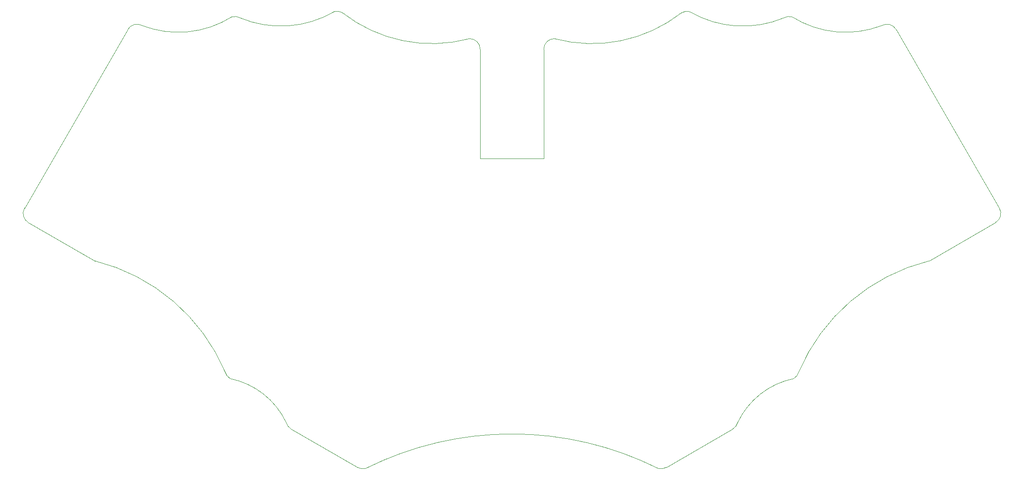
<source format=gbr>
%TF.GenerationSoftware,KiCad,Pcbnew,8.0.7-8.0.7-0~ubuntu22.04.1*%
%TF.CreationDate,2025-01-04T18:43:15+00:00*%
%TF.ProjectId,minikeeb,6d696e69-6b65-4656-922e-6b696361645f,rev?*%
%TF.SameCoordinates,Original*%
%TF.FileFunction,Profile,NP*%
%FSLAX46Y46*%
G04 Gerber Fmt 4.6, Leading zero omitted, Abs format (unit mm)*
G04 Created by KiCad (PCBNEW 8.0.7-8.0.7-0~ubuntu22.04.1) date 2025-01-04 18:43:15*
%MOMM*%
%LPD*%
G01*
G04 APERTURE LIST*
%TA.AperFunction,Profile*%
%ADD10C,0.050000*%
%TD*%
%TA.AperFunction,Profile*%
%ADD11C,0.120000*%
%TD*%
G04 APERTURE END LIST*
D10*
X185488129Y-36755516D02*
G75*
G02*
X161449975Y-41660094I-16923655J21585865D01*
G01*
X125833664Y-122925173D02*
G75*
G02*
X181066816Y-122924980I27616769J-55233288D01*
G01*
X145450036Y-41660134D02*
G75*
G02*
X121416004Y-36746356I-7103238J26490919D01*
G01*
X124316026Y-122725371D02*
X111758657Y-115475371D01*
X100570453Y-37523482D02*
G75*
G02*
X102088093Y-37723280I517647J-1931818D01*
G01*
X182583108Y-122725872D02*
X195140476Y-115475872D01*
X62130338Y-76430143D02*
X74687706Y-83680143D01*
X232209696Y-83681643D02*
X244767930Y-76431143D01*
X80898287Y-39923101D02*
G75*
G02*
X83630312Y-39191095I1732013J-999999D01*
G01*
X111758657Y-115475371D02*
G75*
G02*
X110826813Y-114260957I1000043J1732071D01*
G01*
X182583108Y-122725871D02*
G75*
G02*
X181067195Y-122924700I-998308J1733071D01*
G01*
X100241736Y-105939481D02*
G75*
G02*
X99301936Y-104720452I992164J1736681D01*
G01*
X196072329Y-114261459D02*
G75*
G02*
X195140465Y-115475852I-1931829J517659D01*
G01*
X223267930Y-39192051D02*
G75*
G02*
X225999945Y-39924123I999970J-1732049D01*
G01*
X185488130Y-36755517D02*
G75*
G02*
X187005761Y-36555741I999970J-1732083D01*
G01*
X204811909Y-37723284D02*
G75*
G02*
X206329546Y-37523486I999991J-1732016D01*
G01*
X62130338Y-76430143D02*
G75*
G02*
X61398284Y-73698091I999962J1732043D01*
G01*
X100570453Y-37523482D02*
G75*
G02*
X83630342Y-39191040I-10137613J16106332D01*
G01*
X119898366Y-36546555D02*
G75*
G02*
X121416003Y-36746359I517634J-1931845D01*
G01*
X74687705Y-83680144D02*
G75*
G02*
X99301912Y-104720460I-8733205J-35134356D01*
G01*
X145450000Y-41660000D02*
G75*
G02*
X147450000Y-43660000I0J-2000000D01*
G01*
X223267930Y-39192051D02*
G75*
G02*
X206329554Y-37523472I-6800630J17772451D01*
G01*
X119898365Y-36546555D02*
G75*
G02*
X102088092Y-37723281I-10081865J17221955D01*
G01*
X245499115Y-73699592D02*
G75*
G02*
X244767929Y-76431141I-1732015J-1000008D01*
G01*
X159450000Y-43660000D02*
G75*
G02*
X161450000Y-41660000I2000000J0D01*
G01*
X196072329Y-114261459D02*
G75*
G02*
X206664369Y-105935895I13621571J-6429241D01*
G01*
X207596203Y-104721396D02*
G75*
G02*
X232209696Y-83681644I33346547J-14093674D01*
G01*
X204811909Y-37723284D02*
G75*
G02*
X187005814Y-36555637I-7735409J18389784D01*
G01*
X207596203Y-104721396D02*
G75*
G02*
X206664353Y-105935811I-1931803J517596D01*
G01*
X100241803Y-105939362D02*
G75*
G02*
X110826883Y-114260922I-3029003J-14745838D01*
G01*
X125833664Y-122925173D02*
G75*
G02*
X124316015Y-122725391I-517664J1931873D01*
G01*
X61398287Y-73698092D02*
X80898287Y-39923101D01*
X225999981Y-39924102D02*
X245499115Y-73699592D01*
D11*
%TO.C,U1*%
X147450000Y-43660000D02*
X147450000Y-64300000D01*
X147450000Y-64300000D02*
X159450000Y-64300000D01*
X159450000Y-64300000D02*
X159450000Y-43660000D01*
%TD*%
M02*

</source>
